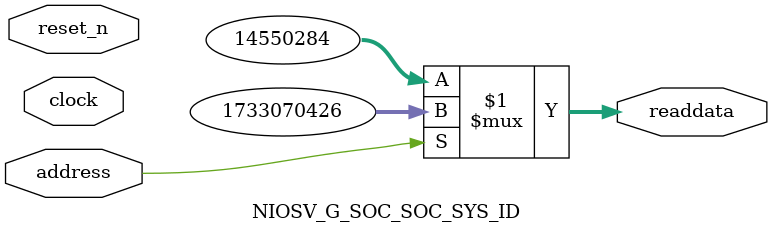
<source format=v>



// synthesis translate_off
`timescale 1ns / 1ps
// synthesis translate_on

// turn off superfluous verilog processor warnings 
// altera message_level Level1 
// altera message_off 10034 10035 10036 10037 10230 10240 10030 

module NIOSV_G_SOC_SOC_SYS_ID (
               // inputs:
                address,
                clock,
                reset_n,

               // outputs:
                readdata
             )
;

  output  [ 31: 0] readdata;
  input            address;
  input            clock;
  input            reset_n;

  wire    [ 31: 0] readdata;
  //control_slave, which is an e_avalon_slave
  assign readdata = address ? 1733070426 : 14550284;

endmodule



</source>
